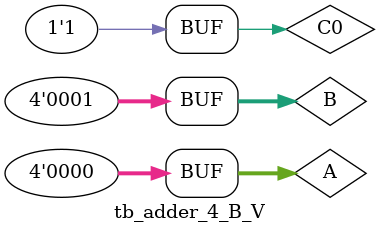
<source format=v>
`timescale 1ns / 1ps


module tb_adder_4_B_V;

	// Inputs
	reg [3:0] A;
	reg [3:0] B;
	reg C0;

	// Outputs
	wire [3:0] S;
	wire C4;

	// Instantiate the Unit Under Test (UUT)
	adder_4_b_v uut (
		.A(A), 
		.B(B), 
		.C0(C0), 
		.S(S), 
		.C4(C4)
	);

	initial begin
		// Initialize Inputs
		A = 0;
		B = 0;
		C0 = 0;

		// Wait 100 ns for global reset to finish
		#100;
        
		// Add stimulus here
		
		A = 4'b0001;
		B = 4'b0001;
		C0 = 4'b0001;
		
		#30

		A = 1'b1001;
		B = 1'b1001;
		C0 = 1'b1011;
		
		#30
		
		A = 1'b1010;
		B = 1'b1010;
		C0 = 1'b0110;
		
		#30
			
		A = 1'b0000;
		B = 1'b0001;
		C0 = 1'b1011;
		
		#30
			
		A = 1'b1010;
		B = 1'b0101;
		C0 = 1'b0001;
		
		#30
			
		A = 1'b0011;
		B = 1'b0011;
		C0 = 1'b0011;
		
		#30
		
		A = 1'b1001;
		B = 1'b1111;
		C0 =1'b0000;
		
		#30
		
		A = 1'b0000;
		B = 1'b1111;
		C0 = 1'b0101;

	end
      
endmodule


</source>
